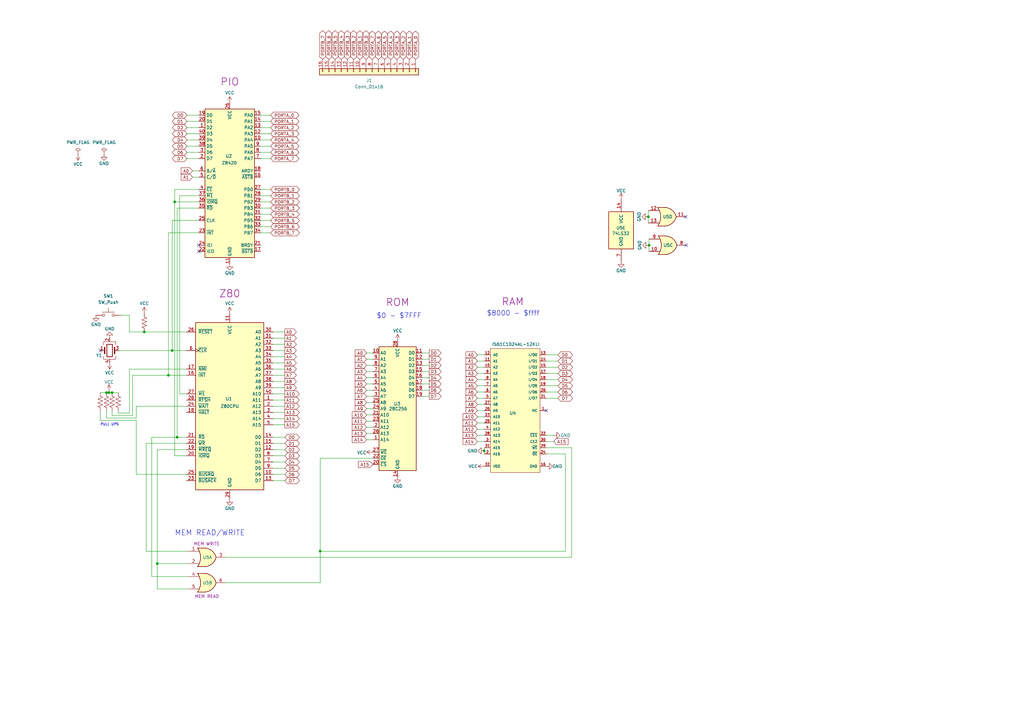
<source format=kicad_sch>
(kicad_sch (version 20211123) (generator eeschema)
  (paper "A3")
  (lib_symbols
    (symbol "74xx:74LS32" (pin_names (offset 1.016))
      (property "Reference" "U" (at 0 1.27 0))
      (property "Value" "74LS32" (at 0 -1.27 0))
      (symbol "74LS32_1_1"
        (pin input line (at -7.62 2.54 0) (length 4.318) (name "~") (number "1"))
        (pin input line (at -7.62 -2.54 0) (length 4.318) (name "~") (number "2"))
        (pin output line (at 7.62 0 180) (length 3.81) (name "~") (number "3"))
      )
      (symbol "74LS32_1_2"
        (pin input inverted (at -7.62 2.54 0) (length 3.81) (name "~") (number "1"))
        (pin input inverted (at -7.62 -2.54 0) (length 3.81) (name "~") (number "2"))
        (pin output inverted (at 7.62 0 180) (length 3.81) (name "~") (number "3"))
      )
      (symbol "74LS32_2_1"
        (pin input line (at -7.62 2.54 0) (length 4.318) (name "~") (number "4"))
        (pin input line (at -7.62 -2.54 0) (length 4.318) (name "~") (number "5"))
        (pin output line (at 7.62 0 180) (length 3.81) (name "~") (number "6"))
      )
      (symbol "74LS32_2_2"
        (pin input inverted (at -7.62 2.54 0) (length 3.81) (name "~") (number "4"))
        (pin input inverted (at -7.62 -2.54 0) (length 3.81) (name "~") (number "5"))
        (pin output inverted (at 7.62 0 180) (length 3.81) (name "~") (number "6"))
      )
      (symbol "74LS32_3_1"
        (pin input line (at -7.62 -2.54 0) (length 4.318) (name "~") (number "10"))
        (pin output line (at 7.62 0 180) (length 3.81) (name "~") (number "8"))
        (pin input line (at -7.62 2.54 0) (length 4.318) (name "~") (number "9"))
      )
      (symbol "74LS32_3_2"
        (pin input inverted (at -7.62 -2.54 0) (length 3.81) (name "~") (number "10"))
        (pin output inverted (at 7.62 0 180) (length 3.81) (name "~") (number "8"))
        (pin input inverted (at -7.62 2.54 0) (length 3.81) (name "~") (number "9"))
      )
      (symbol "74LS32_4_1"
        (pin output line (at 7.62 0 180) (length 3.81) (name "~") (number "11"))
        (pin input line (at -7.62 2.54 0) (length 4.318) (name "~") (number "12"))
        (pin input line (at -7.62 -2.54 0) (length 4.318) (name "~") (number "13"))
      )
      (symbol "74LS32_4_2"
        (pin output inverted (at 7.62 0 180) (length 3.81) (name "~") (number "11"))
        (pin input inverted (at -7.62 2.54 0) (length 3.81) (name "~") (number "12"))
        (pin input inverted (at -7.62 -2.54 0) (length 3.81) (name "~") (number "13"))
      )
      (symbol "74LS32_5_0"
        (pin power_in line (at 0 12.7 270) (length 5.08) (name "VCC") (number "14"))
        (pin power_in line (at 0 -12.7 90) (length 5.08) (name "GND") (number "7"))
      )
    )
    (symbol "CPU:Z80CPU" (pin_names (offset 1.016))
      (property "Reference" "U" (at -13.97 35.56 0))
      (property "Value" "Z80CPU" (at 6.35 35.56 0))
      (symbol "Z80CPU_1_1"
        (pin output line (at 17.78 2.54 180) (length 3.81) (name "A11") (number "1"))
        (pin bidirectional line (at 17.78 -27.94 180) (length 3.81) (name "D6") (number "10"))
        (pin power_in line (at 0 38.1 270) (length 3.81) (name "VCC") (number "11"))
        (pin bidirectional line (at 17.78 -17.78 180) (length 3.81) (name "D2") (number "12"))
        (pin bidirectional line (at 17.78 -30.48 180) (length 3.81) (name "D7") (number "13"))
        (pin bidirectional line (at 17.78 -12.7 180) (length 3.81) (name "D0") (number "14"))
        (pin bidirectional line (at 17.78 -15.24 180) (length 3.81) (name "D1") (number "15"))
        (pin input line (at -17.78 12.7 0) (length 3.81) (name "~{INT}") (number "16"))
        (pin input line (at -17.78 15.24 0) (length 3.81) (name "~{NMI}") (number "17"))
        (pin output line (at -17.78 -2.54 0) (length 3.81) (name "~{HALT}") (number "18"))
        (pin output line (at -17.78 -17.78 0) (length 3.81) (name "~{MREQ}") (number "19"))
        (pin output line (at 17.78 0 180) (length 3.81) (name "A12") (number "2"))
        (pin output line (at -17.78 -20.32 0) (length 3.81) (name "~{IORQ}") (number "20"))
        (pin output line (at -17.78 -12.7 0) (length 3.81) (name "~{RD}") (number "21"))
        (pin output line (at -17.78 -15.24 0) (length 3.81) (name "~{WR}") (number "22"))
        (pin output line (at -17.78 -30.48 0) (length 3.81) (name "~{BUSACK}") (number "23"))
        (pin input line (at -17.78 0 0) (length 3.81) (name "~{WAIT}") (number "24"))
        (pin input line (at -17.78 -27.94 0) (length 3.81) (name "~{BUSRQ}") (number "25"))
        (pin input line (at -17.78 30.48 0) (length 3.81) (name "~{RESET}") (number "26"))
        (pin output line (at -17.78 5.08 0) (length 3.81) (name "~{M1}") (number "27"))
        (pin output line (at -17.78 2.54 0) (length 3.81) (name "~{RFSH}") (number "28"))
        (pin power_in line (at 0 -38.1 90) (length 3.81) (name "GND") (number "29"))
        (pin output line (at 17.78 -2.54 180) (length 3.81) (name "A13") (number "3"))
        (pin output line (at 17.78 30.48 180) (length 3.81) (name "A0") (number "30"))
        (pin output line (at 17.78 27.94 180) (length 3.81) (name "A1") (number "31"))
        (pin output line (at 17.78 25.4 180) (length 3.81) (name "A2") (number "32"))
        (pin output line (at 17.78 22.86 180) (length 3.81) (name "A3") (number "33"))
        (pin output line (at 17.78 20.32 180) (length 3.81) (name "A4") (number "34"))
        (pin output line (at 17.78 17.78 180) (length 3.81) (name "A5") (number "35"))
        (pin output line (at 17.78 15.24 180) (length 3.81) (name "A6") (number "36"))
        (pin output line (at 17.78 12.7 180) (length 3.81) (name "A7") (number "37"))
        (pin output line (at 17.78 10.16 180) (length 3.81) (name "A8") (number "38"))
        (pin output line (at 17.78 7.62 180) (length 3.81) (name "A9") (number "39"))
        (pin output line (at 17.78 -5.08 180) (length 3.81) (name "A14") (number "4"))
        (pin output line (at 17.78 5.08 180) (length 3.81) (name "A10") (number "40"))
        (pin output line (at 17.78 -7.62 180) (length 3.81) (name "A15") (number "5"))
        (pin input clock (at -17.78 22.86 0) (length 3.81) (name "~{CLK}") (number "6"))
        (pin bidirectional line (at 17.78 -22.86 180) (length 3.81) (name "D4") (number "7"))
        (pin bidirectional line (at 17.78 -20.32 180) (length 3.81) (name "D3") (number "8"))
        (pin bidirectional line (at 17.78 -25.4 180) (length 3.81) (name "D5") (number "9"))
      )
    )
    (symbol "Connector_Generic:Conn_01x16" (pin_names (offset 1.016) hide)
      (property "Reference" "J" (at 0 20.32 0))
      (property "Value" "Conn_01x16" (at 0 -22.86 0))
      (symbol "Conn_01x16_1_1"
        (pin passive line (at -5.08 17.78 0) (length 3.81) (name "Pin_1") (number "1"))
        (pin passive line (at -5.08 -5.08 0) (length 3.81) (name "Pin_10") (number "10"))
        (pin passive line (at -5.08 -7.62 0) (length 3.81) (name "Pin_11") (number "11"))
        (pin passive line (at -5.08 -10.16 0) (length 3.81) (name "Pin_12") (number "12"))
        (pin passive line (at -5.08 -12.7 0) (length 3.81) (name "Pin_13") (number "13"))
        (pin passive line (at -5.08 -15.24 0) (length 3.81) (name "Pin_14") (number "14"))
        (pin passive line (at -5.08 -17.78 0) (length 3.81) (name "Pin_15") (number "15"))
        (pin passive line (at -5.08 -20.32 0) (length 3.81) (name "Pin_16") (number "16"))
        (pin passive line (at -5.08 15.24 0) (length 3.81) (name "Pin_2") (number "2"))
        (pin passive line (at -5.08 12.7 0) (length 3.81) (name "Pin_3") (number "3"))
        (pin passive line (at -5.08 10.16 0) (length 3.81) (name "Pin_4") (number "4"))
        (pin passive line (at -5.08 7.62 0) (length 3.81) (name "Pin_5") (number "5"))
        (pin passive line (at -5.08 5.08 0) (length 3.81) (name "Pin_6") (number "6"))
        (pin passive line (at -5.08 2.54 0) (length 3.81) (name "Pin_7") (number "7"))
        (pin passive line (at -5.08 0 0) (length 3.81) (name "Pin_8") (number "8"))
        (pin passive line (at -5.08 -2.54 0) (length 3.81) (name "Pin_9") (number "9"))
      )
    )
    (symbol "Device:Crystal_GND24" (pin_names (offset 1.016) hide)
      (property "Reference" "Y" (at 3.175 5.08 0))
      (property "Value" "Crystal_GND24" (at 3.175 3.175 0))
      (symbol "Crystal_GND24_1_1"
        (pin passive line (at -3.81 0 0) (length 1.27) (name "1") (number "1"))
        (pin passive line (at 0 5.08 270) (length 1.27) (name "2") (number "2"))
        (pin passive line (at 3.81 0 180) (length 1.27) (name "3") (number "3"))
        (pin passive line (at 0 -5.08 90) (length 1.27) (name "4") (number "4"))
      )
    )
    (symbol "Device:R_US" (pin_numbers hide) (pin_names (offset 0))
      (property "Reference" "R" (at 2.54 0 90))
      (property "Value" "R_US" (at -2.54 0 90))
      (symbol "R_US_1_1"
        (pin passive line (at 0 3.81 270) (length 1.27) (name "~") (number "1"))
        (pin passive line (at 0 -3.81 90) (length 1.27) (name "~") (number "2"))
      )
    )
    (symbol "Interface:Z8420"
      (property "Reference" "U" (at -10.16 31.75 0))
      (property "Value" "Z8420" (at 3.81 31.75 0))
      (symbol "Z8420_1_1"
        (pin bidirectional line (at -12.7 22.86 0) (length 2.54) (name "D2") (number "1"))
        (pin bidirectional line (at 12.7 17.78 180) (length 2.54) (name "PA4") (number "10"))
        (pin power_in line (at 0 -33.02 90) (length 2.54) (name "GND") (number "11"))
        (pin bidirectional line (at 12.7 20.32 180) (length 2.54) (name "PA3") (number "12"))
        (pin bidirectional line (at 12.7 22.86 180) (length 2.54) (name "PA2") (number "13"))
        (pin bidirectional line (at 12.7 25.4 180) (length 2.54) (name "PA1") (number "14"))
        (pin bidirectional line (at 12.7 27.94 180) (length 2.54) (name "PA0") (number "15"))
        (pin input line (at 12.7 2.54 180) (length 2.54) (name "~{ASTB}") (number "16"))
        (pin input line (at 12.7 -27.94 180) (length 2.54) (name "~{BSTB}") (number "17"))
        (pin output line (at 12.7 5.08 180) (length 2.54) (name "ARDY") (number "18"))
        (pin bidirectional line (at -12.7 27.94 0) (length 2.54) (name "D0") (number "19"))
        (pin bidirectional line (at -12.7 10.16 0) (length 2.54) (name "D7") (number "2"))
        (pin bidirectional line (at -12.7 25.4 0) (length 2.54) (name "D1") (number "20"))
        (pin output line (at 12.7 -25.4 180) (length 2.54) (name "BRDY") (number "21"))
        (pin output line (at -12.7 -27.94 0) (length 2.54) (name "IEO") (number "22"))
        (pin open_collector line (at -12.7 -20.32 0) (length 2.54) (name "~{INT}") (number "23"))
        (pin input line (at -12.7 -25.4 0) (length 2.54) (name "IEI") (number "24"))
        (pin input line (at -12.7 -15.24 0) (length 2.54) (name "CLK") (number "25"))
        (pin power_in line (at 0 33.02 270) (length 2.54) (name "VCC") (number "26"))
        (pin bidirectional line (at 12.7 -2.54 180) (length 2.54) (name "PB0") (number "27"))
        (pin bidirectional line (at 12.7 -5.08 180) (length 2.54) (name "PB1") (number "28"))
        (pin bidirectional line (at 12.7 -7.62 180) (length 2.54) (name "PB2") (number "29"))
        (pin bidirectional line (at -12.7 12.7 0) (length 2.54) (name "D6") (number "3"))
        (pin bidirectional line (at 12.7 -10.16 180) (length 2.54) (name "PB3") (number "30"))
        (pin bidirectional line (at 12.7 -12.7 180) (length 2.54) (name "PB4") (number "31"))
        (pin bidirectional line (at 12.7 -15.24 180) (length 2.54) (name "PB5") (number "32"))
        (pin bidirectional line (at 12.7 -17.78 180) (length 2.54) (name "PB6") (number "33"))
        (pin bidirectional line (at 12.7 -20.32 180) (length 2.54) (name "PB7") (number "34"))
        (pin input line (at -12.7 -10.16 0) (length 2.54) (name "~{RD}") (number "35"))
        (pin input line (at -12.7 -7.62 0) (length 2.54) (name "~{IORQ}") (number "36"))
        (pin input line (at -12.7 -5.08 0) (length 2.54) (name "~{M1}") (number "37"))
        (pin bidirectional line (at -12.7 15.24 0) (length 2.54) (name "D5") (number "38"))
        (pin bidirectional line (at -12.7 17.78 0) (length 2.54) (name "D4") (number "39"))
        (pin input line (at -12.7 -2.54 0) (length 2.54) (name "~{CE}") (number "4"))
        (pin bidirectional line (at -12.7 20.32 0) (length 2.54) (name "D3") (number "40"))
        (pin input line (at -12.7 2.54 0) (length 2.54) (name "C/~{D}") (number "5"))
        (pin input line (at -12.7 5.08 0) (length 2.54) (name "B/~{A}") (number "6"))
        (pin bidirectional line (at 12.7 10.16 180) (length 2.54) (name "PA7") (number "7"))
        (pin bidirectional line (at 12.7 12.7 180) (length 2.54) (name "PA6") (number "8"))
        (pin bidirectional line (at 12.7 15.24 180) (length 2.54) (name "PA5") (number "9"))
      )
    )
    (symbol "Memory_EEPROM:28C256"
      (property "Reference" "U" (at -7.62 26.67 0))
      (property "Value" "28C256" (at 2.54 -26.67 0))
      (symbol "28C256_1_1"
        (pin input line (at -10.16 -12.7 0) (length 2.54) (name "A14") (number "1"))
        (pin input line (at -10.16 22.86 0) (length 2.54) (name "A0") (number "10"))
        (pin tri_state line (at 10.16 22.86 180) (length 2.54) (name "D0") (number "11"))
        (pin tri_state line (at 10.16 20.32 180) (length 2.54) (name "D1") (number "12"))
        (pin tri_state line (at 10.16 17.78 180) (length 2.54) (name "D2") (number "13"))
        (pin power_in line (at 0 -27.94 90) (length 2.54) (name "GND") (number "14"))
        (pin tri_state line (at 10.16 15.24 180) (length 2.54) (name "D3") (number "15"))
        (pin tri_state line (at 10.16 12.7 180) (length 2.54) (name "D4") (number "16"))
        (pin tri_state line (at 10.16 10.16 180) (length 2.54) (name "D5") (number "17"))
        (pin tri_state line (at 10.16 7.62 180) (length 2.54) (name "D6") (number "18"))
        (pin tri_state line (at 10.16 5.08 180) (length 2.54) (name "D7") (number "19"))
        (pin input line (at -10.16 -7.62 0) (length 2.54) (name "A12") (number "2"))
        (pin input line (at -10.16 -22.86 0) (length 2.54) (name "~{CS}") (number "20"))
        (pin input line (at -10.16 -2.54 0) (length 2.54) (name "A10") (number "21"))
        (pin input line (at -10.16 -20.32 0) (length 2.54) (name "~{OE}") (number "22"))
        (pin input line (at -10.16 -5.08 0) (length 2.54) (name "A11") (number "23"))
        (pin input line (at -10.16 0 0) (length 2.54) (name "A9") (number "24"))
        (pin input line (at -10.16 2.54 0) (length 2.54) (name "A8") (number "25"))
        (pin input line (at -10.16 -10.16 0) (length 2.54) (name "A13") (number "26"))
        (pin input line (at -10.16 -17.78 0) (length 2.54) (name "~{WE}") (number "27"))
        (pin power_in line (at 0 27.94 270) (length 2.54) (name "VCC") (number "28"))
        (pin input line (at -10.16 5.08 0) (length 2.54) (name "A7") (number "3"))
        (pin input line (at -10.16 7.62 0) (length 2.54) (name "A6") (number "4"))
        (pin input line (at -10.16 10.16 0) (length 2.54) (name "A5") (number "5"))
        (pin input line (at -10.16 12.7 0) (length 2.54) (name "A4") (number "6"))
        (pin input line (at -10.16 15.24 0) (length 2.54) (name "A3") (number "7"))
        (pin input line (at -10.16 17.78 0) (length 2.54) (name "A2") (number "8"))
        (pin input line (at -10.16 20.32 0) (length 2.54) (name "A1") (number "9"))
      )
    )
    (symbol "Stephen:IS61C1024AL-12KLI" (pin_names (offset 1.016))
      (property "Reference" "U" (at 0 5.08 0))
      (property "Value" "IS61C1024AL-12KLI" (at 0 7.62 0))
      (symbol "IS61C1024AL-12KLI_1_1"
        (pin passive line (at 27.94 -22.86 180) (length 2.54) (name "NC") (number "1"))
        (pin input line (at 2.54 -5.08 0) (length 2.54) (name "A2") (number "10"))
        (pin input line (at 2.54 -2.54 0) (length 2.54) (name "A1") (number "11"))
        (pin input line (at 2.54 0 0) (length 2.54) (name "A0") (number "12"))
        (pin bidirectional line (at 27.94 0 180) (length 2.54) (name "I/O0") (number "13"))
        (pin bidirectional line (at 27.94 -2.54 180) (length 2.54) (name "I/O1") (number "14"))
        (pin bidirectional line (at 27.94 -5.08 180) (length 2.54) (name "I/O2") (number "15"))
        (pin power_in line (at 27.94 -45.72 180) (length 2.54) (name "GND") (number "16"))
        (pin bidirectional line (at 27.94 -7.62 180) (length 2.54) (name "I/O3") (number "17"))
        (pin bidirectional line (at 27.94 -10.16 180) (length 2.54) (name "I/O4") (number "18"))
        (pin bidirectional line (at 27.94 -12.7 180) (length 2.54) (name "I/O5") (number "19"))
        (pin input line (at 2.54 -40.64 0) (length 2.54) (name "A16") (number "2"))
        (pin bidirectional line (at 27.94 -15.24 180) (length 2.54) (name "I/O6") (number "20"))
        (pin bidirectional line (at 27.94 -17.78 180) (length 2.54) (name "I/O7") (number "21"))
        (pin input line (at 27.94 -33.02 180) (length 2.54) (name "~{CE1}") (number "22"))
        (pin input line (at 2.54 -25.4 0) (length 2.54) (name "A10") (number "23"))
        (pin input line (at 27.94 -40.64 180) (length 2.54) (name "~{OE}") (number "24"))
        (pin input line (at 2.54 -27.94 0) (length 2.54) (name "A11") (number "25"))
        (pin input line (at 2.54 -22.86 0) (length 2.54) (name "A9") (number "26"))
        (pin input line (at 2.54 -20.32 0) (length 2.54) (name "A8") (number "27"))
        (pin input line (at 2.54 -33.02 0) (length 2.54) (name "A13") (number "28"))
        (pin input line (at 27.94 -38.1 180) (length 2.54) (name "~{WE}") (number "29"))
        (pin input line (at 2.54 -35.56 0) (length 2.54) (name "A14") (number "3"))
        (pin input line (at 27.94 -35.56 180) (length 2.54) (name "CE2") (number "30"))
        (pin input line (at 2.54 -38.1 0) (length 2.54) (name "A15") (number "31"))
        (pin power_in line (at 2.54 -45.72 0) (length 2.54) (name "VDD") (number "32"))
        (pin input line (at 2.54 -30.48 0) (length 2.54) (name "A12") (number "4"))
        (pin input line (at 2.54 -17.78 0) (length 2.54) (name "A7") (number "5"))
        (pin input line (at 2.54 -15.24 0) (length 2.54) (name "A6") (number "6"))
        (pin input line (at 2.54 -12.7 0) (length 2.54) (name "A5") (number "7"))
        (pin input line (at 2.54 -10.16 0) (length 2.54) (name "A4") (number "8"))
        (pin input line (at 2.54 -7.62 0) (length 2.54) (name "A3") (number "9"))
      )
    )
    (symbol "Switch:SW_Push" (pin_numbers hide) (pin_names (offset 1.016) hide)
      (property "Reference" "SW" (at 1.27 2.54 0))
      (property "Value" "SW_Push" (at 0 -1.524 0))
      (symbol "SW_Push_0_1"
        (pin passive line (at -5.08 0 0) (length 2.54) (name "1") (number "1"))
        (pin passive line (at 5.08 0 180) (length 2.54) (name "2") (number "2"))
      )
    )
    (symbol "power:GND" (power) (pin_names (offset 0))
      (property "Value" "GND" (at 0 -3.81 0))
      (symbol "GND_1_1"
        (pin power_in line (at 0 0 270) (length 0) hide (name "GND") (number "1"))
      )
    )
    (symbol "power:PWR_FLAG" (power) (pin_numbers hide) (pin_names (offset 0) hide)
      (property "Value" "PWR_FLAG" (at 0 3.81 0))
      (symbol "PWR_FLAG_0_0"
        (pin power_out line (at 0 0 90) (length 0) (name "pwr") (number "1"))
      )
    )
    (symbol "power:VCC" (power) (pin_names (offset 0))
      (property "Value" "VCC" (at 0 3.81 0))
      (symbol "VCC_1_1"
        (pin power_in line (at 0 0 90) (length 0) hide (name "VCC") (number "1"))
      )
    )
  )
  (junction (at 69.088 153.924))
  (junction (at 265.938 88.9))
  (junction (at 198.628 184.912))
  (junction (at 43.688 161.036))
  (junction (at 131.318 226.06))
  (junction (at 64.516 231.14))
  (junction (at 45.974 161.036))
  (junction (at 70.612 143.764))
  (junction (at 59.182 136.144))
  (junction (at 266.192 100.584))
  (junction (at 72.644 179.324))
  (junction (at 44.704 161.036))
  (junction (at 71.628 82.804))
  (no_connect (at 281.432 100.584))
  (no_connect (at 281.178 88.9))
  (no_connect (at 224.028 168.402))
  (no_connect (at 81.534 103.124))
  (no_connect (at 41.148 143.764))
  (no_connect (at 81.534 100.584))
  (wire (pts (xy 48.514 169.418) (xy 53.086 169.418)))
  (wire (pts (xy 112.014 143.764) (xy 116.84 143.764)))
  (wire (pts (xy 81.534 65.024) (xy 76.708 65.024)))
  (wire (pts (xy 234.442 183.642) (xy 224.028 183.642)))
  (wire (pts (xy 81.534 62.484) (xy 76.708 62.484)))
  (wire (pts (xy 112.014 156.464) (xy 116.84 156.464)))
  (wire (pts (xy 150.368 152.4) (xy 152.908 152.4)))
  (wire (pts (xy 55.88 194.564) (xy 55.88 172.466)))
  (wire (pts (xy 112.014 197.104) (xy 116.84 197.104)))
  (wire (pts (xy 195.834 163.322) (xy 198.628 163.322)))
  (wire (pts (xy 112.014 189.484) (xy 116.84 189.484)))
  (wire (pts (xy 176.022 147.32) (xy 173.228 147.32)))
  (wire (pts (xy 131.318 187.96) (xy 131.318 226.06)))
  (wire (pts (xy 69.088 95.504) (xy 81.534 95.504)))
  (wire (pts (xy 150.368 149.86) (xy 152.908 149.86)))
  (wire (pts (xy 224.028 181.102) (xy 227.076 181.102)))
  (wire (pts (xy 77.216 241.554) (xy 64.516 241.554)))
  (wire (pts (xy 150.368 170.18) (xy 152.908 170.18)))
  (wire (pts (xy 224.028 155.702) (xy 228.854 155.702)))
  (wire (pts (xy 81.534 90.424) (xy 70.612 90.424)))
  (wire (pts (xy 150.368 144.78) (xy 152.908 144.78)))
  (wire (pts (xy 41.148 172.466) (xy 41.148 168.656)))
  (wire (pts (xy 71.628 186.944) (xy 76.454 186.944)))
  (wire (pts (xy 195.834 153.162) (xy 198.628 153.162)))
  (wire (pts (xy 81.534 57.404) (xy 76.708 57.404)))
  (wire (pts (xy 59.182 136.144) (xy 76.454 136.144)))
  (wire (pts (xy 76.454 153.924) (xy 69.088 153.924)))
  (wire (pts (xy 49.53 129.286) (xy 53.086 129.286)))
  (wire (pts (xy 195.834 148.082) (xy 198.628 148.082)))
  (wire (pts (xy 176.022 154.94) (xy 173.228 154.94)))
  (wire (pts (xy 71.628 77.724) (xy 81.534 77.724)))
  (wire (pts (xy 106.934 59.944) (xy 110.998 59.944)))
  (wire (pts (xy 234.442 228.6) (xy 234.442 183.642)))
  (wire (pts (xy 71.628 82.804) (xy 71.628 77.724)))
  (wire (pts (xy 231.902 186.182) (xy 231.902 226.06)))
  (wire (pts (xy 55.88 171.45) (xy 55.88 166.624)))
  (wire (pts (xy 106.934 95.504) (xy 110.998 95.504)))
  (wire (pts (xy 224.028 178.562) (xy 227.076 178.562)))
  (wire (pts (xy 150.368 147.32) (xy 152.908 147.32)))
  (wire (pts (xy 112.014 186.944) (xy 116.84 186.944)))
  (wire (pts (xy 112.014 192.024) (xy 116.84 192.024)))
  (wire (pts (xy 81.534 52.324) (xy 76.708 52.324)))
  (wire (pts (xy 176.022 152.4) (xy 173.228 152.4)))
  (wire (pts (xy 70.612 143.764) (xy 76.454 143.764)))
  (wire (pts (xy 106.934 80.264) (xy 110.998 80.264)))
  (wire (pts (xy 106.934 47.244) (xy 110.998 47.244)))
  (wire (pts (xy 224.028 163.322) (xy 228.854 163.322)))
  (wire (pts (xy 71.628 82.804) (xy 71.628 186.944)))
  (wire (pts (xy 266.192 100.584) (xy 266.192 103.124)))
  (wire (pts (xy 112.014 181.864) (xy 116.84 181.864)))
  (wire (pts (xy 224.028 150.622) (xy 228.854 150.622)))
  (wire (pts (xy 106.934 82.804) (xy 110.998 82.804)))
  (wire (pts (xy 224.028 186.182) (xy 231.902 186.182)))
  (wire (pts (xy 112.014 141.224) (xy 116.84 141.224)))
  (wire (pts (xy 53.086 136.144) (xy 59.182 136.144)))
  (wire (pts (xy 176.022 162.56) (xy 173.228 162.56)))
  (wire (pts (xy 112.014 146.304) (xy 116.84 146.304)))
  (wire (pts (xy 195.834 178.562) (xy 198.628 178.562)))
  (wire (pts (xy 198.628 183.642) (xy 198.628 184.912)))
  (wire (pts (xy 150.368 175.26) (xy 152.908 175.26)))
  (wire (pts (xy 62.23 236.474) (xy 77.216 236.474)))
  (wire (pts (xy 106.934 62.484) (xy 110.998 62.484)))
  (wire (pts (xy 112.014 148.844) (xy 116.84 148.844)))
  (wire (pts (xy 131.318 226.06) (xy 131.318 239.014)))
  (wire (pts (xy 43.688 168.656) (xy 43.688 171.45)))
  (wire (pts (xy 106.934 77.724) (xy 110.998 77.724)))
  (wire (pts (xy 106.934 65.024) (xy 110.998 65.024)))
  (wire (pts (xy 48.514 168.656) (xy 48.514 169.418)))
  (wire (pts (xy 112.014 138.684) (xy 116.84 138.684)))
  (wire (pts (xy 195.834 176.022) (xy 198.628 176.022)))
  (wire (pts (xy 81.534 54.864) (xy 76.708 54.864)))
  (wire (pts (xy 112.014 153.924) (xy 116.84 153.924)))
  (wire (pts (xy 176.022 144.78) (xy 173.228 144.78)))
  (wire (pts (xy 76.454 184.404) (xy 64.516 184.404)))
  (wire (pts (xy 224.028 148.082) (xy 228.854 148.082)))
  (wire (pts (xy 53.086 151.384) (xy 76.454 151.384)))
  (wire (pts (xy 131.318 239.014) (xy 92.456 239.014)))
  (wire (pts (xy 195.834 170.942) (xy 198.628 170.942)))
  (wire (pts (xy 64.516 241.554) (xy 64.516 231.14)))
  (wire (pts (xy 64.516 184.404) (xy 64.516 231.14)))
  (wire (pts (xy 106.934 92.964) (xy 110.998 92.964)))
  (wire (pts (xy 55.88 166.624) (xy 76.454 166.624)))
  (wire (pts (xy 195.834 145.542) (xy 198.628 145.542)))
  (wire (pts (xy 72.644 179.324) (xy 62.23 179.324)))
  (wire (pts (xy 195.834 165.862) (xy 198.628 165.862)))
  (wire (pts (xy 176.022 157.48) (xy 173.228 157.48)))
  (wire (pts (xy 112.014 184.404) (xy 116.84 184.404)))
  (wire (pts (xy 150.368 167.64) (xy 152.908 167.64)))
  (wire (pts (xy 73.66 80.264) (xy 73.66 161.544)))
  (wire (pts (xy 112.014 159.004) (xy 116.84 159.004)))
  (wire (pts (xy 150.368 157.48) (xy 152.908 157.48)))
  (wire (pts (xy 106.934 90.424) (xy 110.998 90.424)))
  (wire (pts (xy 112.014 174.244) (xy 116.84 174.244)))
  (wire (pts (xy 265.938 88.9) (xy 265.938 91.44)))
  (wire (pts (xy 224.028 158.242) (xy 228.854 158.242)))
  (wire (pts (xy 81.534 47.244) (xy 76.708 47.244)))
  (wire (pts (xy 45.974 161.036) (xy 48.514 161.036)))
  (wire (pts (xy 59.944 181.864) (xy 59.944 226.06)))
  (wire (pts (xy 112.014 171.704) (xy 116.84 171.704)))
  (wire (pts (xy 150.368 162.56) (xy 152.908 162.56)))
  (wire (pts (xy 112.014 151.384) (xy 116.84 151.384)))
  (wire (pts (xy 64.516 231.14) (xy 77.216 231.14)))
  (wire (pts (xy 195.834 168.402) (xy 198.628 168.402)))
  (wire (pts (xy 176.022 149.86) (xy 173.228 149.86)))
  (wire (pts (xy 55.88 172.466) (xy 41.148 172.466)))
  (wire (pts (xy 43.688 161.036) (xy 44.704 161.036)))
  (wire (pts (xy 76.454 194.564) (xy 55.88 194.564)))
  (wire (pts (xy 73.66 161.544) (xy 76.454 161.544)))
  (wire (pts (xy 81.534 85.344) (xy 72.644 85.344)))
  (wire (pts (xy 150.368 172.72) (xy 152.908 172.72)))
  (wire (pts (xy 112.014 166.624) (xy 116.84 166.624)))
  (wire (pts (xy 112.014 179.324) (xy 116.84 179.324)))
  (wire (pts (xy 198.628 184.912) (xy 198.628 186.182)))
  (wire (pts (xy 62.23 179.324) (xy 62.23 236.474)))
  (wire (pts (xy 150.368 165.1) (xy 152.908 165.1)))
  (wire (pts (xy 106.934 87.884) (xy 110.998 87.884)))
  (wire (pts (xy 69.088 153.924) (xy 69.088 95.504)))
  (wire (pts (xy 78.994 72.644) (xy 81.534 72.644)))
  (wire (pts (xy 106.934 85.344) (xy 110.998 85.344)))
  (wire (pts (xy 72.644 85.344) (xy 72.644 179.324)))
  (wire (pts (xy 266.192 98.044) (xy 266.192 100.584)))
  (wire (pts (xy 224.028 153.162) (xy 228.854 153.162)))
  (wire (pts (xy 152.908 187.96) (xy 131.318 187.96)))
  (wire (pts (xy 150.368 160.02) (xy 152.908 160.02)))
  (wire (pts (xy 106.934 57.404) (xy 110.998 57.404)))
  (wire (pts (xy 45.974 170.434) (xy 45.974 168.656)))
  (wire (pts (xy 92.456 228.6) (xy 234.442 228.6)))
  (wire (pts (xy 224.028 160.782) (xy 228.854 160.782)))
  (wire (pts (xy 106.934 49.784) (xy 110.998 49.784)))
  (wire (pts (xy 54.356 170.434) (xy 45.974 170.434)))
  (wire (pts (xy 195.834 155.702) (xy 198.628 155.702)))
  (wire (pts (xy 70.612 90.424) (xy 70.612 143.764)))
  (wire (pts (xy 224.028 145.542) (xy 228.854 145.542)))
  (wire (pts (xy 48.768 143.764) (xy 70.612 143.764)))
  (wire (pts (xy 81.534 59.944) (xy 76.708 59.944)))
  (wire (pts (xy 131.318 226.06) (xy 231.902 226.06)))
  (wire (pts (xy 81.534 82.804) (xy 71.628 82.804)))
  (wire (pts (xy 54.356 153.924) (xy 54.356 170.434)))
  (wire (pts (xy 76.454 181.864) (xy 59.944 181.864)))
  (wire (pts (xy 53.086 129.286) (xy 53.086 136.144)))
  (wire (pts (xy 112.014 136.144) (xy 116.84 136.144)))
  (wire (pts (xy 195.834 181.102) (xy 198.628 181.102)))
  (wire (pts (xy 69.088 153.924) (xy 54.356 153.924)))
  (wire (pts (xy 41.148 161.036) (xy 43.688 161.036)))
  (wire (pts (xy 59.944 226.06) (xy 77.216 226.06)))
  (wire (pts (xy 150.368 177.8) (xy 152.908 177.8)))
  (wire (pts (xy 195.834 173.482) (xy 198.628 173.482)))
  (wire (pts (xy 112.014 194.564) (xy 116.84 194.564)))
  (wire (pts (xy 76.454 179.324) (xy 72.644 179.324)))
  (wire (pts (xy 44.704 160.274) (xy 44.704 161.036)))
  (wire (pts (xy 112.014 169.164) (xy 116.84 169.164)))
  (wire (pts (xy 112.014 161.544) (xy 116.84 161.544)))
  (wire (pts (xy 195.834 158.242) (xy 198.628 158.242)))
  (wire (pts (xy 195.834 160.782) (xy 198.628 160.782)))
  (wire (pts (xy 43.688 171.45) (xy 55.88 171.45)))
  (wire (pts (xy 78.994 70.104) (xy 81.534 70.104)))
  (wire (pts (xy 150.368 180.34) (xy 152.908 180.34)))
  (wire (pts (xy 53.086 169.418) (xy 53.086 151.384)))
  (wire (pts (xy 106.934 52.324) (xy 110.998 52.324)))
  (wire (pts (xy 176.022 160.02) (xy 173.228 160.02)))
  (wire (pts (xy 150.368 154.94) (xy 152.908 154.94)))
  (wire (pts (xy 112.014 164.084) (xy 116.84 164.084)))
  (wire (pts (xy 195.834 150.622) (xy 198.628 150.622)))
  (wire (pts (xy 81.534 80.264) (xy 73.66 80.264)))
  (wire (pts (xy 106.934 54.864) (xy 110.998 54.864)))
  (wire (pts (xy 44.704 161.036) (xy 45.974 161.036)))
  (wire (pts (xy 265.938 86.36) (xy 265.938 88.9)))
  (wire (pts (xy 81.534 49.784) (xy 76.708 49.784)))
  (text "$0 - $7FFF" (at 154.432 130.81 0) (effects (font (size 2 2)) (justify left bottom)))
  (text "$8000 - $ffff" (at 199.644 129.794 0) (effects (font (size 2 2)) (justify left bottom)))
  (text "PULL UPS" (at 41.148 174.752 0) (effects (font (size 1 1)) (justify left bottom)))
  (text "MEM READ/WRITE" (at 71.628 219.964 0) (effects (font (size 2.2 2.2)) (justify left bottom)))
  (global_label "A9" (shape input) (at 195.834 168.402 180) (property "Intersheet References" "${INTERSHEET_REFS}" (effects hide)))
  (global_label "A2" (shape input) (at 195.834 150.622 180) (property "Intersheet References" "${INTERSHEET_REFS}" (effects hide)))
  (global_label "D6" (shape bidirectional) (at 76.708 62.484 180) (property "Intersheet References" "${INTERSHEET_REFS}" (effects hide)))
  (global_label "D2" (shape bidirectional) (at 76.708 52.324 180) (property "Intersheet References" "${INTERSHEET_REFS}" (effects hide)))
  (global_label "PORTA_5" (shape bidirectional) (at 110.998 59.944 0) (property "Intersheet References" "${INTERSHEET_REFS}" (effects hide)))
  (global_label "PORTA_7" (shape bidirectional) (at 152.654 24.384 90) (property "Intersheet References" "${INTERSHEET_REFS}" (effects hide)))
  (global_label "A7" (shape output) (at 116.84 153.924 0) (property "Intersheet References" "${INTERSHEET_REFS}" (effects hide)))
  (global_label "A5" (shape input) (at 195.834 158.242 180) (property "Intersheet References" "${INTERSHEET_REFS}" (effects hide)))
  (global_label "A11" (shape input) (at 150.368 172.72 180) (property "Intersheet References" "${INTERSHEET_REFS}" (effects hide)))
  (global_label "PORTB_3" (shape bidirectional) (at 110.998 85.344 0) (property "Intersheet References" "${INTERSHEET_REFS}" (effects hide)))
  (global_label "A13" (shape output) (at 116.84 169.164 0) (property "Intersheet References" "${INTERSHEET_REFS}" (effects hide)))
  (global_label "A15" (shape output) (at 116.84 174.244 0) (property "Intersheet References" "${INTERSHEET_REFS}" (effects hide)))
  (global_label "A4" (shape input) (at 150.368 154.94 180) (property "Intersheet References" "${INTERSHEET_REFS}" (effects hide)))
  (global_label "D0" (shape output) (at 176.022 144.78 0) (property "Intersheet References" "${INTERSHEET_REFS}" (effects hide)))
  (global_label "PORTB_2" (shape bidirectional) (at 145.034 24.384 90) (property "Intersheet References" "${INTERSHEET_REFS}" (effects hide)))
  (global_label "D6" (shape output) (at 176.022 160.02 0) (property "Intersheet References" "${INTERSHEET_REFS}" (effects hide)))
  (global_label "D4" (shape output) (at 176.022 154.94 0) (property "Intersheet References" "${INTERSHEET_REFS}" (effects hide)))
  (global_label "A1" (shape input) (at 195.834 148.082 180) (property "Intersheet References" "${INTERSHEET_REFS}" (effects hide)))
  (global_label "D1" (shape bidirectional) (at 76.708 49.784 180) (property "Intersheet References" "${INTERSHEET_REFS}" (effects hide)))
  (global_label "PORTA_3" (shape bidirectional) (at 162.814 24.384 90) (property "Intersheet References" "${INTERSHEET_REFS}" (effects hide)))
  (global_label "A3" (shape output) (at 116.84 143.764 0) (property "Intersheet References" "${INTERSHEET_REFS}" (effects hide)))
  (global_label "D2" (shape bidirectional) (at 116.84 184.404 0) (property "Intersheet References" "${INTERSHEET_REFS}" (effects hide)))
  (global_label "A6" (shape output) (at 116.84 151.384 0) (property "Intersheet References" "${INTERSHEET_REFS}" (effects hide)))
  (global_label "D5" (shape bidirectional) (at 228.854 158.242 0) (property "Intersheet References" "${INTERSHEET_REFS}" (effects hide)))
  (global_label "D5" (shape bidirectional) (at 116.84 192.024 0) (property "Intersheet References" "${INTERSHEET_REFS}" (effects hide)))
  (global_label "A13" (shape input) (at 195.834 178.562 180) (property "Intersheet References" "${INTERSHEET_REFS}" (effects hide)))
  (global_label "PORTB_0" (shape bidirectional) (at 110.998 77.724 0) (property "Intersheet References" "${INTERSHEET_REFS}" (effects hide)))
  (global_label "A14" (shape input) (at 195.834 181.102 180) (property "Intersheet References" "${INTERSHEET_REFS}" (effects hide)))
  (global_label "A4" (shape output) (at 116.84 146.304 0) (property "Intersheet References" "${INTERSHEET_REFS}" (effects hide)))
  (global_label "PORTB_3" (shape bidirectional) (at 142.494 24.384 90) (property "Intersheet References" "${INTERSHEET_REFS}" (effects hide)))
  (global_label "A11" (shape input) (at 195.834 173.482 180) (property "Intersheet References" "${INTERSHEET_REFS}" (effects hide)))
  (global_label "A12" (shape input) (at 150.368 175.26 180) (property "Intersheet References" "${INTERSHEET_REFS}" (effects hide)))
  (global_label "PORTB_7" (shape bidirectional) (at 110.998 95.504 0) (property "Intersheet References" "${INTERSHEET_REFS}" (effects hide)))
  (global_label "A14" (shape input) (at 150.368 180.34 180) (property "Intersheet References" "${INTERSHEET_REFS}" (effects hide)))
  (global_label "A8" (shape input) (at 195.834 165.862 180) (property "Intersheet References" "${INTERSHEET_REFS}" (effects hide)))
  (global_label "D0" (shape bidirectional) (at 228.854 145.542 0) (property "Intersheet References" "${INTERSHEET_REFS}" (effects hide)))
  (global_label "PORTA_0" (shape bidirectional) (at 110.998 47.244 0) (property "Intersheet References" "${INTERSHEET_REFS}" (effects hide)))
  (global_label "D5" (shape bidirectional) (at 76.708 59.944 180) (property "Intersheet References" "${INTERSHEET_REFS}" (effects hide)))
  (global_label "A12" (shape input) (at 195.834 176.022 180) (property "Intersheet References" "${INTERSHEET_REFS}" (effects hide)))
  (global_label "A11" (shape output) (at 116.84 164.084 0) (property "Intersheet References" "${INTERSHEET_REFS}" (effects hide)))
  (global_label "D7" (shape bidirectional) (at 228.854 163.322 0) (property "Intersheet References" "${INTERSHEET_REFS}" (effects hide)))
  (global_label "PORTB_1" (shape bidirectional) (at 147.574 24.384 90) (property "Intersheet References" "${INTERSHEET_REFS}" (effects hide)))
  (global_label "PORTA_6" (shape bidirectional) (at 110.998 62.484 0) (property "Intersheet References" "${INTERSHEET_REFS}" (effects hide)))
  (global_label "PORTA_1" (shape bidirectional) (at 110.998 49.784 0) (property "Intersheet References" "${INTERSHEET_REFS}" (effects hide)))
  (global_label "PORTA_5" (shape bidirectional) (at 157.734 24.384 90) (property "Intersheet References" "${INTERSHEET_REFS}" (effects hide)))
  (global_label "D6" (shape bidirectional) (at 228.854 160.782 0) (property "Intersheet References" "${INTERSHEET_REFS}" (effects hide)))
  (global_label "PORTA_4" (shape bidirectional) (at 110.998 57.404 0) (property "Intersheet References" "${INTERSHEET_REFS}" (effects hide)))
  (global_label "A3" (shape input) (at 195.834 153.162 180) (property "Intersheet References" "${INTERSHEET_REFS}" (effects hide)))
  (global_label "PORTB_6" (shape bidirectional) (at 110.998 92.964 0) (property "Intersheet References" "${INTERSHEET_REFS}" (effects hide)))
  (global_label "D1" (shape bidirectional) (at 116.84 181.864 0) (property "Intersheet References" "${INTERSHEET_REFS}" (effects hide)))
  (global_label "A6" (shape input) (at 150.368 160.02 180) (property "Intersheet References" "${INTERSHEET_REFS}" (effects hide)))
  (global_label "A1" (shape output) (at 116.84 138.684 0) (property "Intersheet References" "${INTERSHEET_REFS}" (effects hide)))
  (global_label "D1" (shape output) (at 176.022 147.32 0) (property "Intersheet References" "${INTERSHEET_REFS}" (effects hide)))
  (global_label "A0" (shape input) (at 195.834 145.542 180) (property "Intersheet References" "${INTERSHEET_REFS}" (effects hide)))
  (global_label "PORTA_2" (shape bidirectional) (at 165.354 24.384 90) (property "Intersheet References" "${INTERSHEET_REFS}" (effects hide)))
  (global_label "A5" (shape output) (at 116.84 148.844 0) (property "Intersheet References" "${INTERSHEET_REFS}" (effects hide)))
  (global_label "A7" (shape input) (at 195.834 163.322 180) (property "Intersheet References" "${INTERSHEET_REFS}" (effects hide)))
  (global_label "D1" (shape bidirectional) (at 228.854 148.082 0) (property "Intersheet References" "${INTERSHEET_REFS}" (effects hide)))
  (global_label "A10" (shape input) (at 150.368 170.18 180) (property "Intersheet References" "${INTERSHEET_REFS}" (effects hide)))
  (global_label "PORTB_4" (shape bidirectional) (at 110.998 87.884 0) (property "Intersheet References" "${INTERSHEET_REFS}" (effects hide)))
  (global_label "A9" (shape input) (at 150.368 167.64 180) (property "Intersheet References" "${INTERSHEET_REFS}" (effects hide)))
  (global_label "A3" (shape input) (at 150.368 152.4 180) (property "Intersheet References" "${INTERSHEET_REFS}" (effects hide)))
  (global_label "A6" (shape input) (at 195.834 160.782 180) (property "Intersheet References" "${INTERSHEET_REFS}" (effects hide)))
  (global_label "D3" (shape output) (at 176.022 152.4 0) (property "Intersheet References" "${INTERSHEET_REFS}" (effects hide)))
  (global_label "PORTB_7" (shape bidirectional) (at 132.334 24.384 90) (property "Intersheet References" "${INTERSHEET_REFS}" (effects hide)))
  (global_label "D4" (shape bidirectional) (at 76.708 57.404 180) (property "Intersheet References" "${INTERSHEET_REFS}" (effects hide)))
  (global_label "A14" (shape output) (at 116.84 171.704 0) (property "Intersheet References" "${INTERSHEET_REFS}" (effects hide)))
  (global_label "D3" (shape bidirectional) (at 116.84 186.944 0) (property "Intersheet References" "${INTERSHEET_REFS}" (effects hide)))
  (global_label "D0" (shape bidirectional) (at 76.708 47.244 180) (property "Intersheet References" "${INTERSHEET_REFS}" (effects hide)))
  (global_label "D2" (shape bidirectional) (at 228.854 150.622 0) (property "Intersheet References" "${INTERSHEET_REFS}" (effects hide)))
  (global_label "PORTB_0" (shape bidirectional) (at 150.114 24.384 90) (property "Intersheet References" "${INTERSHEET_REFS}" (effects hide)))
  (global_label "A10" (shape input) (at 195.834 170.942 180) (property "Intersheet References" "${INTERSHEET_REFS}" (effects hide)))
  (global_label "A9" (shape output) (at 116.84 159.004 0) (property "Intersheet References" "${INTERSHEET_REFS}" (effects hide)))
  (global_label "PORTB_4" (shape bidirectional) (at 139.954 24.384 90) (property "Intersheet References" "${INTERSHEET_REFS}" (effects hide)))
  (global_label "A5" (shape input) (at 150.368 157.48 180) (property "Intersheet References" "${INTERSHEET_REFS}" (effects hide)))
  (global_label "D6" (shape bidirectional) (at 116.84 194.564 0) (property "Intersheet References" "${INTERSHEET_REFS}" (effects hide)))
  (global_label "PORTA_2" (shape bidirectional) (at 110.998 52.324 0) (property "Intersheet References" "${INTERSHEET_REFS}" (effects hide)))
  (global_label "PORTA_7" (shape bidirectional) (at 110.998 65.024 0) (property "Intersheet References" "${INTERSHEET_REFS}" (effects hide)))
  (global_label "PORTB_2" (shape bidirectional) (at 110.998 82.804 0) (property "Intersheet References" "${INTERSHEET_REFS}" (effects hide)))
  (global_label "A12" (shape output) (at 116.84 166.624 0) (property "Intersheet References" "${INTERSHEET_REFS}" (effects hide)))
  (global_label "D4" (shape bidirectional) (at 228.854 155.702 0) (property "Intersheet References" "${INTERSHEET_REFS}" (effects hide)))
  (global_label "A1" (shape input) (at 150.368 147.32 180) (property "Intersheet References" "${INTERSHEET_REFS}" (effects hide)))
  (global_label "D7" (shape bidirectional) (at 76.708 65.024 180) (property "Intersheet References" "${INTERSHEET_REFS}" (effects hide)))
  (global_label "A2" (shape input) (at 150.368 149.86 180) (property "Intersheet References" "${INTERSHEET_REFS}" (effects hide)))
  (global_label "D3" (shape bidirectional) (at 76.708 54.864 180) (property "Intersheet References" "${INTERSHEET_REFS}" (effects hide)))
  (global_label "D7" (shape bidirectional) (at 116.84 197.104 0) (property "Intersheet References" "${INTERSHEET_REFS}" (effects hide)))
  (global_label "D2" (shape output) (at 176.022 149.86 0) (property "Intersheet References" "${INTERSHEET_REFS}" (effects hide)))
  (global_label "PORTA_6" (shape bidirectional) (at 155.194 24.384 90) (property "Intersheet References" "${INTERSHEET_REFS}" (effects hide)))
  (global_label "PORTB_5" (shape bidirectional) (at 110.998 90.424 0) (property "Intersheet References" "${INTERSHEET_REFS}" (effects hide)))
  (global_label "A8" (shape output) (at 116.84 156.464 0) (property "Intersheet References" "${INTERSHEET_REFS}" (effects hide)))
  (global_label "A2" (shape output) (at 116.84 141.224 0) (property "Intersheet References" "${INTERSHEET_REFS}" (effects hide)))
  (global_label "D7" (shape output) (at 176.022 162.56 0) (property "Intersheet References" "${INTERSHEET_REFS}" (effects hide)))
  (global_label "PORTB_6" (shape bidirectional) (at 134.874 24.384 90) (property "Intersheet References" "${INTERSHEET_REFS}" (effects hide)))
  (global_label "PORTB_5" (shape bidirectional) (at 137.414 24.384 90) (property "Intersheet References" "${INTERSHEET_REFS}" (effects hide)))
  (global_label "A0" (shape output) (at 116.84 136.144 0) (property "Intersheet References" "${INTERSHEET_REFS}" (effects hide)))
  (global_label "A15" (shape input) (at 227.076 181.102 0) (property "Intersheet References" "${INTERSHEET_REFS}" (effects hide)))
  (global_label "A7" (shape input) (at 150.368 162.56 180) (property "Intersheet References" "${INTERSHEET_REFS}" (effects hide)))
  (global_label "A0" (shape input) (at 150.368 144.78 180) (property "Intersheet References" "${INTERSHEET_REFS}" (effects hide)))
  (global_label "A0" (shape input) (at 78.994 70.104 180) (property "Intersheet References" "${INTERSHEET_REFS}" (effects hide)))
  (global_label "PORTB_1" (shape bidirectional) (at 110.998 80.264 0) (property "Intersheet References" "${INTERSHEET_REFS}" (effects hide)))
  (global_label "A15" (shape input) (at 152.908 190.5 180) (property "Intersheet References" "${INTERSHEET_REFS}" (effects hide)))
  (global_label "PORTA_3" (shape bidirectional) (at 110.998 54.864 0) (property "Intersheet References" "${INTERSHEET_REFS}" (effects hide)))
  (global_label "A10" (shape output) (at 116.84 161.544 0) (property "Intersheet References" "${INTERSHEET_REFS}" (effects hide)))
  (global_label "D0" (shape bidirectional) (at 116.84 179.324 0) (property "Intersheet References" "${INTERSHEET_REFS}" (effects hide)))
  (global_label "A13" (shape input) (at 150.368 177.8 180) (property "Intersheet References" "${INTERSHEET_REFS}" (effects hide)))
  (global_label "A1" (shape input) (at 78.994 72.644 180) (property "Intersheet References" "${INTERSHEET_REFS}" (effects hide)))
  (global_label "PORTA_4" (shape bidirectional) (at 160.274 24.384 90) (property "Intersheet References" "${INTERSHEET_REFS}" (effects hide)))
  (global_label "PORTA_1" (shape bidirectional) (at 167.894 24.384 90) (property "Intersheet References" "${INTERSHEET_REFS}" (effects hide)))
  (global_label "D5" (shape output) (at 176.022 157.48 0) (property "Intersheet References" "${INTERSHEET_REFS}" (effects hide)))
  (global_label "D3" (shape bidirectional) (at 228.854 153.162 0) (property "Intersheet References" "${INTERSHEET_REFS}" (effects hide)))
  (global_label "A8" (shape input) (at 150.368 165.1 180) (property "Intersheet References" "${INTERSHEET_REFS}" (effects hide)))
  (global_label "A4" (shape input) (at 195.834 155.702 180) (property "Intersheet References" "${INTERSHEET_REFS}" (effects hide)))
  (global_label "PORTA_0" (shape bidirectional) (at 170.434 24.384 90) (property "Intersheet References" "${INTERSHEET_REFS}" (effects hide)))
  (global_label "D4" (shape bidirectional) (at 116.84 189.484 0) (property "Intersheet References" "${INTERSHEET_REFS}" (effects hide)))
  (symbol (lib_id "power:PWR_FLAG") (at 32.004 63.246 0) (unit 1)
    (property "Reference" "#FLG0101" (effects hide))
    (property "Value" "PWR_FLAG" (at 32.004 58.42 0))
  )
  (symbol (lib_id "power:GND") (at 44.958 138.684 180) (unit 1)
    (property "Reference" "#PWR0104" (effects hide))
    (property "Value" "GND" (at 44.958 134.874 0))
  )
  (symbol (lib_id "power:GND") (at 266.192 100.584 270) (unit 1)
    (property "Reference" "#PWR0116" (effects hide))
    (property "Value" "GND" (at 262.382 100.584 0))
  )
  (symbol (lib_id "Switch:SW_Push") (at 44.45 129.286 0) (unit 1)
    (property "Reference" "SW1" (at 44.45 121.412 0))
    (property "Value" "SW_Push" (at 44.45 123.952 0))
    (property "Footprint" "Button_Switch_THT:SW_PUSH_6mm" (effects hide))
  )
  (symbol (lib_id "power:VCC") (at 94.234 42.164 0) (unit 1)
    (property "Reference" "#PWR0119" (effects hide))
    (property "Value" "VCC" (at 94.234 38.1 0))
  )
  (symbol (lib_id "power:VCC") (at 254.762 81.788 0) (unit 1)
    (property "Reference" "#PWR0117" (effects hide))
    (property "Value" "VCC" (at 254.762 78.232 0))
  )
  (symbol (lib_id "power:VCC") (at 163.068 139.7 0) (unit 1)
    (property "Reference" "#PWR0118" (effects hide))
    (property "Value" "VCC" (at 163.068 135.636 0))
  )
  (symbol (lib_id "Device:Crystal_GND24") (at 44.958 143.764 0) (unit 1)
    (property "Reference" "Y1" (at 40.64 145.796 0))
    (property "Value" "Crystal_GND24" (effects hide))
    (property "Footprint" "Crystal:Crystal_SMD_7050-4Pin_7.0x5.0mm" (effects hide))
  )
  (symbol (lib_id "power:VCC") (at 59.182 128.524 0) (unit 1)
    (property "Reference" "#PWR0102" (effects hide))
    (property "Value" "VCC" (at 59.182 124.46 0))
  )
  (symbol (lib_id "74xx:74LS32") (at 273.558 88.9 0) (unit 4)
    (property "Reference" "U5" (at 273.812 88.9 0))
    (property "Value" "74LS32" (effects hide))
    (property "Footprint" "Package_SO:TSSOP-14_4.4x5mm_P0.65mm" (effects hide))
    (property "Datasheet" "http://www.ti.com/lit/gpn/sn74LS32" (effects hide))
  )
  (symbol (lib_id "CPU:Z80CPU") (at 94.234 166.624 0) (unit 1)
    (property "Reference" "U1" (at 92.456 163.576 0) (effects (justify left)))
    (property "Value" "Z80CPU" (at 90.424 166.624 0) (effects (justify left)))
    (property "Footprint" "Package_DIP:DIP-40_W15.24mm" (effects hide))
    (property "Datasheet" "www.zilog.com/manage_directlink.php?filepath=docs/z80/um0080" (effects hide))
    (property "Field4" "Z80" (at 94.234 120.396 0) (effects (font (size 3 3))))
  )
  (symbol (lib_id "Interface:Z8420") (at 94.234 75.184 0) (unit 1)
    (property "Reference" "U2" (at 92.456 64.008 0) (effects (justify left)))
    (property "Value" "Z8420" (at 90.932 66.802 0) (effects (justify left)))
    (property "Footprint" "Package_DIP:DIP-40_W15.24mm" (effects hide))
    (property "Datasheet" "https://www.zilog.com/appnotes_download.php?FromPage=DirectLink&dn=PS0180&ft=Product%20Specification%20(Data%20Sheet)%20%20&f=YUhSMGNEb3ZMM2QzZHk1NmFXeHZaeTVqYjIwdlpHOWpjeTk2T0RBdmNITXdNVGd3TG5Ca1pnPT0=" (effects hide))
    (property "Field4" "PIO" (at 94.234 33.528 0) (effects (font (size 3 3))))
  )
  (symbol (lib_id "power:PWR_FLAG") (at 42.672 63.246 0) (unit 1)
    (property "Reference" "#FLG0102" (effects hide))
    (property "Value" "PWR_FLAG" (at 42.672 58.42 0))
  )
  (symbol (lib_id "power:GND") (at 254.762 107.188 0) (unit 1)
    (property "Reference" "#PWR0114" (effects hide))
    (property "Value" "GND" (at 254.762 110.998 0))
  )
  (symbol (lib_id "74xx:74LS32") (at 84.836 239.014 0) (unit 2)
    (property "Reference" "U5" (at 85.09 239.014 0))
    (property "Value" "74LS32" (effects hide))
    (property "Footprint" "Package_SO:TSSOP-14_4.4x5mm_P0.65mm" (effects hide))
    (property "Datasheet" "http://www.ti.com/lit/gpn/sn74LS32" (effects hide))
    (property "Field4" "MEM READ" (at 84.836 244.602 0))
  )
  (symbol (lib_id "power:VCC") (at 44.704 160.274 0) (unit 1)
    (property "Reference" "#PWR0106" (effects hide))
    (property "Value" "VCC" (at 44.704 156.718 0))
  )
  (symbol (lib_id "power:VCC") (at 44.958 148.844 180) (unit 1)
    (property "Reference" "#PWR0103" (effects hide))
    (property "Value" "VCC" (at 44.958 152.908 0))
  )
  (symbol (lib_id "power:GND") (at 265.938 88.9 270) (unit 1)
    (property "Reference" "#PWR0115" (effects hide))
    (property "Value" "GND" (at 262.128 88.9 0))
  )
  (symbol (lib_id "power:GND") (at 163.068 195.58 0) (unit 1)
    (property "Reference" "#PWR0109" (effects hide))
    (property "Value" "GND" (at 163.068 199.39 0))
  )
  (symbol (lib_id "Device:R_US") (at 43.688 164.846 0) (unit 1)
    (property "Reference" "R2" (effects hide))
    (property "Value" "R_US" (effects hide))
    (property "Footprint" "Resistor_SMD:R_0805_2012Metric" (effects hide))
  )
  (symbol (lib_id "Device:R_US") (at 59.182 132.334 0) (unit 1)
    (property "Reference" "R5" (effects hide))
    (property "Value" "R_US" (effects hide))
    (property "Footprint" "Resistor_SMD:R_0805_2012Metric" (effects hide))
  )
  (symbol (lib_id "power:VCC") (at 198.628 191.262 90) (unit 1)
    (property "Reference" "#PWR0111" (effects hide))
    (property "Value" "VCC" (at 194.056 191.262 90))
  )
  (symbol (lib_id "Device:R_US") (at 41.148 164.846 0) (unit 1)
    (property "Reference" "R1" (effects hide))
    (property "Value" "R_US" (effects hide))
    (property "Footprint" "Resistor_SMD:R_0805_2012Metric" (effects hide))
  )
  (symbol (lib_id "74xx:74LS32") (at 254.762 94.488 0) (unit 5)
    (property "Reference" "U5" (at 252.73 93.472 0) (effects (justify left)))
    (property "Value" "74LS32" (at 250.952 95.758 0) (effects (justify left)))
    (property "Footprint" "Package_SO:TSSOP-14_4.4x5mm_P0.65mm" (effects hide))
    (property "Datasheet" "http://www.ti.com/lit/gpn/sn74LS32" (effects hide))
  )
  (symbol (lib_id "74xx:74LS32") (at 84.836 228.6 0) (unit 1)
    (property "Reference" "U5" (at 85.09 228.6 0))
    (property "Value" "74LS32" (effects hide))
    (property "Footprint" "Package_SO:TSSOP-14_4.4x5mm_P0.65mm" (effects hide))
    (property "Datasheet" "http://www.ti.com/lit/gpn/sn74LS32" (effects hide))
    (property "Field4" "MEM WRITE" (at 84.836 223.012 0))
  )
  (symbol (lib_id "Stephen:IS61C1024AL-12KLI") (at 196.088 145.542 0) (unit 1)
    (property "Reference" "U4" (at 210.312 169.418 0))
    (property "Value" "IS61C1024AL-12KLI" (at 211.582 141.224 0))
    (property "Footprint" "Package_DIP:DIP-32_W7.62mm" (effects hide))
    (property "Datasheet" "http://www.issi.com/WW/pdf/61-64C1024AL.pdf" (effects hide))
    (property "Code  JEDEC" "MS-027" (effects hide))
    (property "Component Link 1 Description" "Manufacturer URL" (effects hide))
    (property "Component Link 1 URL" "http://www.issi.com/US/index.shtml" (effects hide))
    (property "Component Link 3 Description" "Package Specification" (effects hide))
    (property "Component Link 3 URL" "http://www.issi.com/WW/pdf/61-64C1024AL.pdf" (effects hide))
    (property "Datasheet Version" "Rev. D" (effects hide))
    (property "Density" "1M" (effects hide))
    (property "Mounting Technology" "Surface Mount" (effects hide))
    (property "Organization" "128K x 8" (effects hide))
    (property "Package Description" "32-Pin 400 mil SOJ, Body 20.95 x 10.16 mm, Pitch 1.27 mm" (effects hide))
    (property "Package Version" "Rev. E, 12/2007" (effects hide))
    (property "Packing" "Tray / Tube" (effects hide))
    (property "Speed ns" "12" (effects hide))
    (property "category" "IC" (effects hide))
    (property "ciiva ids" "1246270" (effects hide))
    (property "library id" "9d67895ef7327d77" (effects hide))
    (property "manufacturer" "Integrated Silicon Solution Inc (ISSI)" (effects hide))
    (property "package" "SOJ-32" (effects hide))
    (property "release date" "1382601074" (effects hide))
    (property "rohs" "No" (effects hide))
    (property "vault revision" "2C522BE6-5BF8-4CFD-B3EB-B2739303CE2D" (effects hide))
    (property "imported" "yes" (effects hide))
    (property "Field26" "RAM" (at 210.312 123.698 0) (effects (font (size 3 3))))
  )
  (symbol (lib_id "power:GND") (at 39.37 129.286 0) (unit 1)
    (property "Reference" "#PWR0105" (effects hide))
    (property "Value" "GND" (at 39.37 133.096 0))
  )
  (symbol (lib_id "power:GND") (at 227.076 178.562 90) (unit 1)
    (property "Reference" "#PWR0113" (effects hide))
    (property "Value" "GND" (at 231.902 178.562 90))
  )
  (symbol (lib_id "power:GND") (at 224.028 191.262 90) (unit 1)
    (property "Reference" "#PWR0110" (effects hide))
    (property "Value" "GND" (at 228.6 191.262 90))
  )
  (symbol (lib_id "power:GND") (at 42.672 63.246 0) (unit 1)
    (property "Reference" "#PWR0122" (effects hide))
    (property "Value" "GND" (at 42.672 67.056 0))
  )
  (symbol (lib_id "74xx:74LS32") (at 273.812 100.584 0) (unit 3)
    (property "Reference" "U5" (at 274.066 100.584 0))
    (property "Value" "74LS32" (effects hide))
    (property "Footprint" "Package_SO:TSSOP-14_4.4x5mm_P0.65mm" (effects hide))
    (property "Datasheet" "http://www.ti.com/lit/gpn/sn74LS32" (effects hide))
  )
  (symbol (lib_id "power:VCC") (at 152.908 185.42 90) (unit 1)
    (property "Reference" "#PWR0108" (effects hide))
    (property "Value" "VCC" (at 148.336 185.674 90))
  )
  (symbol (lib_id "power:GND") (at 198.628 184.912 270) (unit 1)
    (property "Reference" "#PWR0112" (effects hide))
    (property "Value" "GND" (at 193.802 184.912 90))
  )
  (symbol (lib_id "power:VCC") (at 94.234 128.524 0) (unit 1)
    (property "Reference" "#PWR0101" (effects hide))
    (property "Value" "VCC" (at 94.234 124.46 0))
  )
  (symbol (lib_id "Memory_EEPROM:28C256") (at 163.068 167.64 0) (unit 1)
    (property "Reference" "U3" (at 161.544 165.608 0) (effects (justify left)))
    (property "Value" "28C256" (at 159.512 167.64 0) (effects (justify left)))
    (property "Footprint" "Package_DIP:DIP-28_W15.24mm_Socket" (effects hide))
    (property "Datasheet" "http://ww1.microchip.com/downloads/en/DeviceDoc/doc0006.pdf" (effects hide))
    (property "Field4" "ROM" (at 163.068 123.952 0) (effects (font (size 3 3))))
  )
  (symbol (lib_id "power:GND") (at 94.234 204.724 0) (unit 1)
    (property "Reference" "#PWR0107" (effects hide))
    (property "Value" "GND" (at 94.234 208.534 0))
  )
  (symbol (lib_id "Device:R_US") (at 48.514 164.846 0) (unit 1)
    (property "Reference" "R4" (effects hide))
    (property "Value" "R_US" (effects hide))
    (property "Footprint" "Resistor_SMD:R_0805_2012Metric" (effects hide))
  )
  (symbol (lib_id "power:VCC") (at 32.004 63.246 180) (unit 1)
    (property "Reference" "#PWR0121" (effects hide))
    (property "Value" "VCC" (at 32.004 67.31 0))
  )
  (symbol (lib_id "Device:R_US") (at 45.974 164.846 0) (unit 1)
    (property "Reference" "R3" (effects hide))
    (property "Value" "R_US" (effects hide))
    (property "Footprint" "Resistor_SMD:R_0805_2012Metric" (effects hide))
  )
  (symbol (lib_id "power:GND") (at 94.234 108.204 0) (unit 1)
    (property "Reference" "#PWR0120" (effects hide))
    (property "Value" "GND" (at 94.234 112.014 0))
  )
  (symbol (lib_id "Connector_Generic:Conn_01x16") (at 152.654 29.464 270) (unit 1)
    (property "Reference" "J1" (at 151.384 33.02 90))
    (property "Value" "Conn_01x16" (at 151.384 35.56 90))
    (property "Footprint" "Connector_PinHeader_2.54mm:PinHeader_1x16_P2.54mm_Horizontal" (effects hide))
  )
)
</source>
